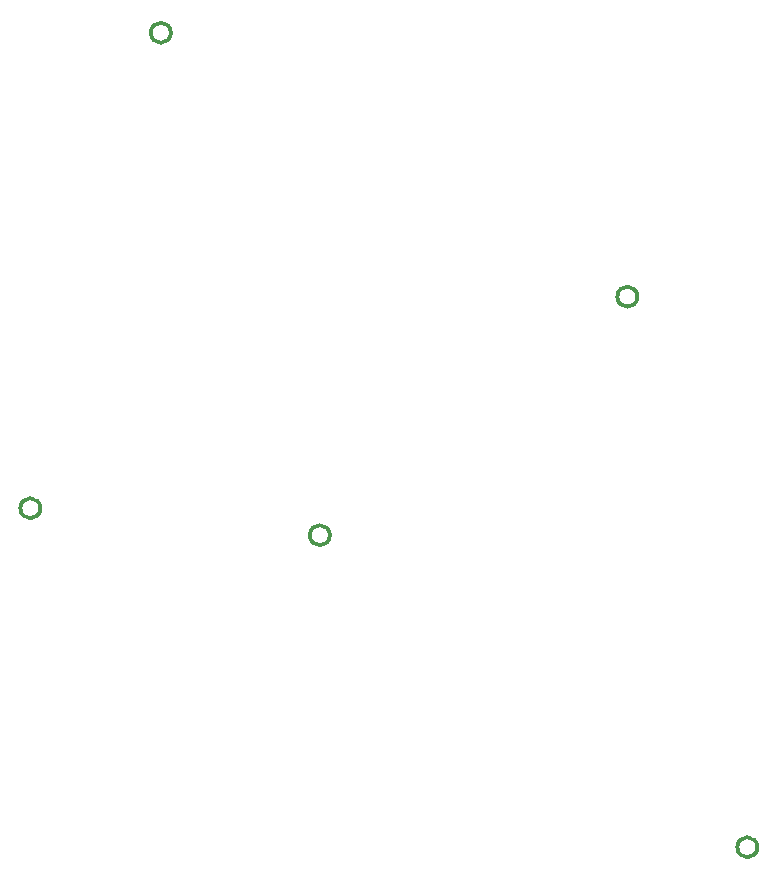
<source format=gbo>
G04*
G04 #@! TF.GenerationSoftware,Altium Limited,Altium Designer,23.7.1 (13)*
G04*
G04 Layer_Color=32896*
%FSLAX44Y44*%
%MOMM*%
G71*
G04*
G04 #@! TF.SameCoordinates,D80BC081-2A64-476D-8097-51FF93FC0A54*
G04*
G04*
G04 #@! TF.FilePolarity,Positive*
G04*
G01*
G75*
%ADD10C,0.3000*%
D10*
X915280Y599440D02*
G03*
X915280Y599440I-8500J0D01*
G01*
X1522340Y312420D02*
G03*
X1522340Y312420I-8500J0D01*
G01*
X1420740Y778510D02*
G03*
X1420740Y778510I-8500J0D01*
G01*
X1025770Y1002030D02*
G03*
X1025770Y1002030I-8500J0D01*
G01*
X1160390Y576580D02*
G03*
X1160390Y576580I-8500J0D01*
G01*
M02*

</source>
